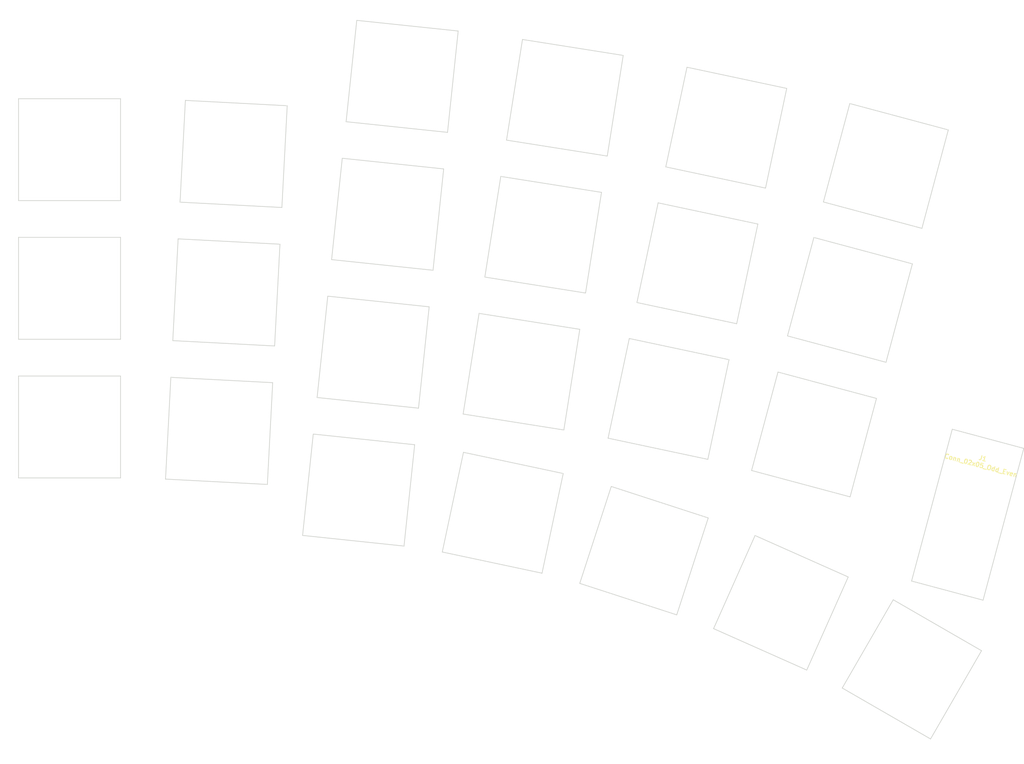
<source format=kicad_pcb>
(kicad_pcb (version 20171130) (host pcbnew 5.1.10)

  (general
    (thickness 1.6)
    (drawings 0)
    (tracks 0)
    (zones 0)
    (modules 24)
    (nets 1)
  )

  (page A4)
  (layers
    (0 F.Cu signal)
    (31 B.Cu signal)
    (32 B.Adhes user)
    (33 F.Adhes user)
    (34 B.Paste user)
    (35 F.Paste user)
    (36 B.SilkS user)
    (37 F.SilkS user)
    (38 B.Mask user)
    (39 F.Mask user)
    (40 Dwgs.User user hide)
    (41 Cmts.User user)
    (42 Eco1.User user)
    (43 Eco2.User user)
    (44 Edge.Cuts user)
    (45 Margin user)
    (46 B.CrtYd user)
    (47 F.CrtYd user)
    (48 B.Fab user)
    (49 F.Fab user)
  )

  (setup
    (last_trace_width 0.25)
    (trace_clearance 0.2)
    (zone_clearance 0.508)
    (zone_45_only no)
    (trace_min 0.2)
    (via_size 0.8)
    (via_drill 0.4)
    (via_min_size 0.4)
    (via_min_drill 0.3)
    (uvia_size 0.3)
    (uvia_drill 0.1)
    (uvias_allowed no)
    (uvia_min_size 0.2)
    (uvia_min_drill 0.1)
    (edge_width 0.05)
    (segment_width 0.2)
    (pcb_text_width 0.3)
    (pcb_text_size 1.5 1.5)
    (mod_edge_width 0.12)
    (mod_text_size 1 1)
    (mod_text_width 0.15)
    (pad_size 1.524 1.524)
    (pad_drill 0.762)
    (pad_to_mask_clearance 0)
    (aux_axis_origin 0 0)
    (visible_elements FFFFFF7F)
    (pcbplotparams
      (layerselection 0x01000_7ffffffe)
      (usegerberextensions false)
      (usegerberattributes true)
      (usegerberadvancedattributes true)
      (creategerberjobfile true)
      (excludeedgelayer true)
      (linewidth 0.100000)
      (plotframeref false)
      (viasonmask false)
      (mode 1)
      (useauxorigin false)
      (hpglpennumber 1)
      (hpglpenspeed 20)
      (hpglpendiameter 15.000000)
      (psnegative false)
      (psa4output false)
      (plotreference true)
      (plotvalue true)
      (plotinvisibletext false)
      (padsonsilk false)
      (subtractmaskfromsilk false)
      (outputformat 3)
      (mirror false)
      (drillshape 0)
      (scaleselection 1)
      (outputdirectory ""))
  )

  (net 0 "")

  (net_class Default "This is the default net class."
    (clearance 0.2)
    (trace_width 0.25)
    (via_dia 0.8)
    (via_drill 0.4)
    (uvia_dia 0.3)
    (uvia_drill 0.1)
  )

  (module rick-kicad-footprints:hole-switch (layer F.Cu) (tedit 5FB3AA25) (tstamp 60B8DE94)
    (at 125.1712 4.7244 330)
    (path /60BB6126)
    (fp_text reference switch23 (at 0 3.175 150) (layer F.SilkS) hide
      (effects (font (size 1.27 1.524) (thickness 0.2032)))
    )
    (fp_text value switch (at 0 5.08 150) (layer F.SilkS) hide
      (effects (font (size 1.27 1.524) (thickness 0.2032)))
    )
    (fp_line (start -7 7) (end -7 -7) (layer Edge.Cuts) (width 0.1))
    (fp_line (start 7 7) (end -7 7) (layer Edge.Cuts) (width 0.1))
    (fp_line (start 7 -7) (end 7 7) (layer Edge.Cuts) (width 0.1))
    (fp_line (start -7 -7) (end 7 -7) (layer Edge.Cuts) (width 0.1))
    (fp_line (start -9.5 9.5) (end -9.5 -9.5) (layer Dwgs.User) (width 0.1))
    (fp_line (start 9.5 9.5) (end -9.5 9.5) (layer Dwgs.User) (width 0.1))
    (fp_line (start 9.5 -9.5) (end 9.5 9.5) (layer Dwgs.User) (width 0.1))
    (fp_line (start -9.5 -9.5) (end 9.5 -9.5) (layer Dwgs.User) (width 0.1))
    (fp_text user 1.00u (at -5.715 8.255 150) (layer Dwgs.User)
      (effects (font (size 1.524 1.524) (thickness 0.3048)))
    )
  )

  (module rick-kicad-footprints:hole-switch (layer F.Cu) (tedit 5FB3AA25) (tstamp 60B8DE83)
    (at 107.188 -4.4196 336)
    (path /60BB60CB)
    (fp_text reference switch22 (at 0 3.175 156) (layer F.SilkS) hide
      (effects (font (size 1.27 1.524) (thickness 0.2032)))
    )
    (fp_text value switch (at 0 5.08 156) (layer F.SilkS) hide
      (effects (font (size 1.27 1.524) (thickness 0.2032)))
    )
    (fp_line (start -7 7) (end -7 -7) (layer Edge.Cuts) (width 0.1))
    (fp_line (start 7 7) (end -7 7) (layer Edge.Cuts) (width 0.1))
    (fp_line (start 7 -7) (end 7 7) (layer Edge.Cuts) (width 0.1))
    (fp_line (start -7 -7) (end 7 -7) (layer Edge.Cuts) (width 0.1))
    (fp_line (start -9.5 9.5) (end -9.5 -9.5) (layer Dwgs.User) (width 0.1))
    (fp_line (start 9.5 9.5) (end -9.5 9.5) (layer Dwgs.User) (width 0.1))
    (fp_line (start 9.5 -9.5) (end 9.5 9.5) (layer Dwgs.User) (width 0.1))
    (fp_line (start -9.5 -9.5) (end 9.5 -9.5) (layer Dwgs.User) (width 0.1))
    (fp_text user 1.00u (at -5.715 8.255 156) (layer Dwgs.User)
      (effects (font (size 1.524 1.524) (thickness 0.3048)))
    )
  )

  (module rick-kicad-footprints:hole-switch (layer F.Cu) (tedit 5FB3AA25) (tstamp 60B8DE72)
    (at 88.392 -11.5824 342)
    (path /60BA2950)
    (fp_text reference switch21 (at 0 3.175 162) (layer F.SilkS) hide
      (effects (font (size 1.27 1.524) (thickness 0.2032)))
    )
    (fp_text value switch (at 0 5.08 162) (layer F.SilkS) hide
      (effects (font (size 1.27 1.524) (thickness 0.2032)))
    )
    (fp_line (start -7 7) (end -7 -7) (layer Edge.Cuts) (width 0.1))
    (fp_line (start 7 7) (end -7 7) (layer Edge.Cuts) (width 0.1))
    (fp_line (start 7 -7) (end 7 7) (layer Edge.Cuts) (width 0.1))
    (fp_line (start -7 -7) (end 7 -7) (layer Edge.Cuts) (width 0.1))
    (fp_line (start -9.5 9.5) (end -9.5 -9.5) (layer Dwgs.User) (width 0.1))
    (fp_line (start 9.5 9.5) (end -9.5 9.5) (layer Dwgs.User) (width 0.1))
    (fp_line (start 9.5 -9.5) (end 9.5 9.5) (layer Dwgs.User) (width 0.1))
    (fp_line (start -9.5 -9.5) (end 9.5 -9.5) (layer Dwgs.User) (width 0.1))
    (fp_text user 1.00u (at -5.715 8.255 162) (layer Dwgs.User)
      (effects (font (size 1.524 1.524) (thickness 0.3048)))
    )
  )

  (module rick-kicad-footprints:hole-switch (layer F.Cu) (tedit 5FB3AA25) (tstamp 60B8DE61)
    (at 68.9991 -16.7894 348)
    (path /60BA28F5)
    (fp_text reference switch20 (at 0 3.175 168) (layer F.SilkS) hide
      (effects (font (size 1.27 1.524) (thickness 0.2032)))
    )
    (fp_text value switch (at 0 5.08 168) (layer F.SilkS) hide
      (effects (font (size 1.27 1.524) (thickness 0.2032)))
    )
    (fp_line (start -7 7) (end -7 -7) (layer Edge.Cuts) (width 0.1))
    (fp_line (start 7 7) (end -7 7) (layer Edge.Cuts) (width 0.1))
    (fp_line (start 7 -7) (end 7 7) (layer Edge.Cuts) (width 0.1))
    (fp_line (start -7 -7) (end 7 -7) (layer Edge.Cuts) (width 0.1))
    (fp_line (start -9.5 9.5) (end -9.5 -9.5) (layer Dwgs.User) (width 0.1))
    (fp_line (start 9.5 9.5) (end -9.5 9.5) (layer Dwgs.User) (width 0.1))
    (fp_line (start 9.5 -9.5) (end 9.5 9.5) (layer Dwgs.User) (width 0.1))
    (fp_line (start -9.5 -9.5) (end 9.5 -9.5) (layer Dwgs.User) (width 0.1))
    (fp_text user 1.00u (at -5.715 8.255 168) (layer Dwgs.User)
      (effects (font (size 1.524 1.524) (thickness 0.3048)))
    )
  )

  (module rick-kicad-footprints:hole-switch (layer F.Cu) (tedit 5FB3AA25) (tstamp 60B8DE50)
    (at 49.213615 -19.907187 354)
    (path /60B99E6F)
    (fp_text reference switch19 (at 0 3.175 174) (layer F.SilkS) hide
      (effects (font (size 1.27 1.524) (thickness 0.2032)))
    )
    (fp_text value switch (at 0 5.08 174) (layer F.SilkS) hide
      (effects (font (size 1.27 1.524) (thickness 0.2032)))
    )
    (fp_line (start -7 7) (end -7 -7) (layer Edge.Cuts) (width 0.1))
    (fp_line (start 7 7) (end -7 7) (layer Edge.Cuts) (width 0.1))
    (fp_line (start 7 -7) (end 7 7) (layer Edge.Cuts) (width 0.1))
    (fp_line (start -7 -7) (end 7 -7) (layer Edge.Cuts) (width 0.1))
    (fp_line (start -9.5 9.5) (end -9.5 -9.5) (layer Dwgs.User) (width 0.1))
    (fp_line (start 9.5 9.5) (end -9.5 9.5) (layer Dwgs.User) (width 0.1))
    (fp_line (start 9.5 -9.5) (end 9.5 9.5) (layer Dwgs.User) (width 0.1))
    (fp_line (start -9.5 -9.5) (end 9.5 -9.5) (layer Dwgs.User) (width 0.1))
    (fp_text user 1.00u (at -5.715 8.255 174) (layer Dwgs.User)
      (effects (font (size 1.524 1.524) (thickness 0.3048)))
    )
  )

  (module rick-kicad-footprints:hole-switch (layer F.Cu) (tedit 5FB3AA25) (tstamp 60B8DE3F)
    (at 111.736175 -27.5463 345)
    (path /60BB6110)
    (fp_text reference switch18 (at 0 3.175 165) (layer F.SilkS) hide
      (effects (font (size 1.27 1.524) (thickness 0.2032)))
    )
    (fp_text value switch (at 0 5.08 165) (layer F.SilkS) hide
      (effects (font (size 1.27 1.524) (thickness 0.2032)))
    )
    (fp_line (start -7 7) (end -7 -7) (layer Edge.Cuts) (width 0.1))
    (fp_line (start 7 7) (end -7 7) (layer Edge.Cuts) (width 0.1))
    (fp_line (start 7 -7) (end 7 7) (layer Edge.Cuts) (width 0.1))
    (fp_line (start -7 -7) (end 7 -7) (layer Edge.Cuts) (width 0.1))
    (fp_line (start -9.5 9.5) (end -9.5 -9.5) (layer Dwgs.User) (width 0.1))
    (fp_line (start 9.5 9.5) (end -9.5 9.5) (layer Dwgs.User) (width 0.1))
    (fp_line (start 9.5 -9.5) (end 9.5 9.5) (layer Dwgs.User) (width 0.1))
    (fp_line (start -9.5 -9.5) (end 9.5 -9.5) (layer Dwgs.User) (width 0.1))
    (fp_text user 1.00u (at -5.715 8.255 165) (layer Dwgs.User)
      (effects (font (size 1.524 1.524) (thickness 0.3048)))
    )
  )

  (module rick-kicad-footprints:hole-switch (layer F.Cu) (tedit 5FB3AA25) (tstamp 60B8DE2E)
    (at 91.764197 -32.428865 348)
    (path /60BB60B5)
    (fp_text reference switch17 (at 0 3.175 168) (layer F.SilkS) hide
      (effects (font (size 1.27 1.524) (thickness 0.2032)))
    )
    (fp_text value switch (at 0 5.08 168) (layer F.SilkS) hide
      (effects (font (size 1.27 1.524) (thickness 0.2032)))
    )
    (fp_line (start -7 7) (end -7 -7) (layer Edge.Cuts) (width 0.1))
    (fp_line (start 7 7) (end -7 7) (layer Edge.Cuts) (width 0.1))
    (fp_line (start 7 -7) (end 7 7) (layer Edge.Cuts) (width 0.1))
    (fp_line (start -7 -7) (end 7 -7) (layer Edge.Cuts) (width 0.1))
    (fp_line (start -9.5 9.5) (end -9.5 -9.5) (layer Dwgs.User) (width 0.1))
    (fp_line (start 9.5 9.5) (end -9.5 9.5) (layer Dwgs.User) (width 0.1))
    (fp_line (start 9.5 -9.5) (end 9.5 9.5) (layer Dwgs.User) (width 0.1))
    (fp_line (start -9.5 -9.5) (end 9.5 -9.5) (layer Dwgs.User) (width 0.1))
    (fp_text user 1.00u (at -5.715 8.255 168) (layer Dwgs.User)
      (effects (font (size 1.524 1.524) (thickness 0.3048)))
    )
  )

  (module rick-kicad-footprints:hole-switch (layer F.Cu) (tedit 5FB3AA25) (tstamp 60B8DE1D)
    (at 71.568648 -36.171889 351)
    (path /60BA293A)
    (fp_text reference switch16 (at 0 3.175 171) (layer F.SilkS) hide
      (effects (font (size 1.27 1.524) (thickness 0.2032)))
    )
    (fp_text value switch (at 0 5.08 171) (layer F.SilkS) hide
      (effects (font (size 1.27 1.524) (thickness 0.2032)))
    )
    (fp_line (start -7 7) (end -7 -7) (layer Edge.Cuts) (width 0.1))
    (fp_line (start 7 7) (end -7 7) (layer Edge.Cuts) (width 0.1))
    (fp_line (start 7 -7) (end 7 7) (layer Edge.Cuts) (width 0.1))
    (fp_line (start -7 -7) (end 7 -7) (layer Edge.Cuts) (width 0.1))
    (fp_line (start -9.5 9.5) (end -9.5 -9.5) (layer Dwgs.User) (width 0.1))
    (fp_line (start 9.5 9.5) (end -9.5 9.5) (layer Dwgs.User) (width 0.1))
    (fp_line (start 9.5 -9.5) (end 9.5 9.5) (layer Dwgs.User) (width 0.1))
    (fp_line (start -9.5 -9.5) (end 9.5 -9.5) (layer Dwgs.User) (width 0.1))
    (fp_text user 1.00u (at -5.715 8.255 171) (layer Dwgs.User)
      (effects (font (size 1.524 1.524) (thickness 0.3048)))
    )
  )

  (module rick-kicad-footprints:hole-switch (layer F.Cu) (tedit 5FB3AA25) (tstamp 60B8DE0C)
    (at 51.204882 -38.85283 354)
    (path /60BA28DF)
    (fp_text reference switch15 (at 0 3.175 174) (layer F.SilkS) hide
      (effects (font (size 1.27 1.524) (thickness 0.2032)))
    )
    (fp_text value switch (at 0 5.08 174) (layer F.SilkS) hide
      (effects (font (size 1.27 1.524) (thickness 0.2032)))
    )
    (fp_line (start -7 7) (end -7 -7) (layer Edge.Cuts) (width 0.1))
    (fp_line (start 7 7) (end -7 7) (layer Edge.Cuts) (width 0.1))
    (fp_line (start 7 -7) (end 7 7) (layer Edge.Cuts) (width 0.1))
    (fp_line (start -7 -7) (end 7 -7) (layer Edge.Cuts) (width 0.1))
    (fp_line (start -9.5 9.5) (end -9.5 -9.5) (layer Dwgs.User) (width 0.1))
    (fp_line (start 9.5 9.5) (end -9.5 9.5) (layer Dwgs.User) (width 0.1))
    (fp_line (start 9.5 -9.5) (end 9.5 9.5) (layer Dwgs.User) (width 0.1))
    (fp_line (start -9.5 -9.5) (end 9.5 -9.5) (layer Dwgs.User) (width 0.1))
    (fp_text user 1.00u (at -5.715 8.255 174) (layer Dwgs.User)
      (effects (font (size 1.524 1.524) (thickness 0.3048)))
    )
  )

  (module rick-kicad-footprints:hole-switch (layer F.Cu) (tedit 5FB3AA25) (tstamp 60B8DDFB)
    (at 30.057446 -28.037339 357)
    (path /60B99E59)
    (fp_text reference switch14 (at 0 3.175 177) (layer F.SilkS) hide
      (effects (font (size 1.27 1.524) (thickness 0.2032)))
    )
    (fp_text value switch (at 0 5.08 177) (layer F.SilkS) hide
      (effects (font (size 1.27 1.524) (thickness 0.2032)))
    )
    (fp_line (start -7 7) (end -7 -7) (layer Edge.Cuts) (width 0.1))
    (fp_line (start 7 7) (end -7 7) (layer Edge.Cuts) (width 0.1))
    (fp_line (start 7 -7) (end 7 7) (layer Edge.Cuts) (width 0.1))
    (fp_line (start -7 -7) (end 7 -7) (layer Edge.Cuts) (width 0.1))
    (fp_line (start -9.5 9.5) (end -9.5 -9.5) (layer Dwgs.User) (width 0.1))
    (fp_line (start 9.5 9.5) (end -9.5 9.5) (layer Dwgs.User) (width 0.1))
    (fp_line (start 9.5 -9.5) (end 9.5 9.5) (layer Dwgs.User) (width 0.1))
    (fp_line (start -9.5 -9.5) (end 9.5 -9.5) (layer Dwgs.User) (width 0.1))
    (fp_text user 1.00u (at -5.715 8.255 177) (layer Dwgs.User)
      (effects (font (size 1.524 1.524) (thickness 0.3048)))
    )
  )

  (module rick-kicad-footprints:hole-switch (layer F.Cu) (tedit 5FB3AA25) (tstamp 60B8DDEA)
    (at 9.525 -28.575)
    (path /60B8F9ED)
    (fp_text reference switch13 (at 0 3.175) (layer F.SilkS) hide
      (effects (font (size 1.27 1.524) (thickness 0.2032)))
    )
    (fp_text value switch (at 0 5.08) (layer F.SilkS) hide
      (effects (font (size 1.27 1.524) (thickness 0.2032)))
    )
    (fp_line (start -7 7) (end -7 -7) (layer Edge.Cuts) (width 0.1))
    (fp_line (start 7 7) (end -7 7) (layer Edge.Cuts) (width 0.1))
    (fp_line (start 7 -7) (end 7 7) (layer Edge.Cuts) (width 0.1))
    (fp_line (start -7 -7) (end 7 -7) (layer Edge.Cuts) (width 0.1))
    (fp_line (start -9.5 9.5) (end -9.5 -9.5) (layer Dwgs.User) (width 0.1))
    (fp_line (start 9.5 9.5) (end -9.5 9.5) (layer Dwgs.User) (width 0.1))
    (fp_line (start 9.5 -9.5) (end 9.5 9.5) (layer Dwgs.User) (width 0.1))
    (fp_line (start -9.5 -9.5) (end 9.5 -9.5) (layer Dwgs.User) (width 0.1))
    (fp_text user 1.00u (at -5.715 8.255) (layer Dwgs.User)
      (effects (font (size 1.524 1.524) (thickness 0.3048)))
    )
  )

  (module rick-kicad-footprints:hole-switch (layer F.Cu) (tedit 5FB3AA25) (tstamp 60B8DDD9)
    (at 116.666678 -46.034904 345)
    (path /60BB60F9)
    (fp_text reference switch12 (at 0 3.175 165) (layer F.SilkS) hide
      (effects (font (size 1.27 1.524) (thickness 0.2032)))
    )
    (fp_text value switch (at 0 5.08 165) (layer F.SilkS) hide
      (effects (font (size 1.27 1.524) (thickness 0.2032)))
    )
    (fp_line (start -7 7) (end -7 -7) (layer Edge.Cuts) (width 0.1))
    (fp_line (start 7 7) (end -7 7) (layer Edge.Cuts) (width 0.1))
    (fp_line (start 7 -7) (end 7 7) (layer Edge.Cuts) (width 0.1))
    (fp_line (start -7 -7) (end 7 -7) (layer Edge.Cuts) (width 0.1))
    (fp_line (start -9.5 9.5) (end -9.5 -9.5) (layer Dwgs.User) (width 0.1))
    (fp_line (start 9.5 9.5) (end -9.5 9.5) (layer Dwgs.User) (width 0.1))
    (fp_line (start 9.5 -9.5) (end 9.5 9.5) (layer Dwgs.User) (width 0.1))
    (fp_line (start -9.5 -9.5) (end 9.5 -9.5) (layer Dwgs.User) (width 0.1))
    (fp_text user 1.00u (at -5.715 8.255 165) (layer Dwgs.User)
      (effects (font (size 1.524 1.524) (thickness 0.3048)))
    )
  )

  (module rick-kicad-footprints:hole-switch (layer F.Cu) (tedit 5FB3AA25) (tstamp 60B8DDC8)
    (at 95.724915 -51.062577 348)
    (path /60BB609E)
    (fp_text reference switch11 (at 0 3.175 168) (layer F.SilkS) hide
      (effects (font (size 1.27 1.524) (thickness 0.2032)))
    )
    (fp_text value switch (at 0 5.08 168) (layer F.SilkS) hide
      (effects (font (size 1.27 1.524) (thickness 0.2032)))
    )
    (fp_line (start -7 7) (end -7 -7) (layer Edge.Cuts) (width 0.1))
    (fp_line (start 7 7) (end -7 7) (layer Edge.Cuts) (width 0.1))
    (fp_line (start 7 -7) (end 7 7) (layer Edge.Cuts) (width 0.1))
    (fp_line (start -7 -7) (end 7 -7) (layer Edge.Cuts) (width 0.1))
    (fp_line (start -9.5 9.5) (end -9.5 -9.5) (layer Dwgs.User) (width 0.1))
    (fp_line (start 9.5 9.5) (end -9.5 9.5) (layer Dwgs.User) (width 0.1))
    (fp_line (start 9.5 -9.5) (end 9.5 9.5) (layer Dwgs.User) (width 0.1))
    (fp_line (start -9.5 -9.5) (end 9.5 -9.5) (layer Dwgs.User) (width 0.1))
    (fp_text user 1.00u (at -5.715 8.255 168) (layer Dwgs.User)
      (effects (font (size 1.524 1.524) (thickness 0.3048)))
    )
  )

  (module rick-kicad-footprints:hole-switch (layer F.Cu) (tedit 5FB3AA25) (tstamp 60B8DDB7)
    (at 74.548724 -54.987351 351)
    (path /60BA2923)
    (fp_text reference switch10 (at 0 3.175 171) (layer F.SilkS) hide
      (effects (font (size 1.27 1.524) (thickness 0.2032)))
    )
    (fp_text value switch (at 0 5.08 171) (layer F.SilkS) hide
      (effects (font (size 1.27 1.524) (thickness 0.2032)))
    )
    (fp_line (start -7 7) (end -7 -7) (layer Edge.Cuts) (width 0.1))
    (fp_line (start 7 7) (end -7 7) (layer Edge.Cuts) (width 0.1))
    (fp_line (start 7 -7) (end 7 7) (layer Edge.Cuts) (width 0.1))
    (fp_line (start -7 -7) (end 7 -7) (layer Edge.Cuts) (width 0.1))
    (fp_line (start -9.5 9.5) (end -9.5 -9.5) (layer Dwgs.User) (width 0.1))
    (fp_line (start 9.5 9.5) (end -9.5 9.5) (layer Dwgs.User) (width 0.1))
    (fp_line (start 9.5 -9.5) (end 9.5 9.5) (layer Dwgs.User) (width 0.1))
    (fp_line (start -9.5 -9.5) (end 9.5 -9.5) (layer Dwgs.User) (width 0.1))
    (fp_text user 1.00u (at -5.715 8.255 171) (layer Dwgs.User)
      (effects (font (size 1.524 1.524) (thickness 0.3048)))
    )
  )

  (module rick-kicad-footprints:hole-switch (layer F.Cu) (tedit 5FB3AA25) (tstamp 60B97B1D)
    (at 53.196149 -57.798472 354)
    (path /60BA28C8)
    (fp_text reference switch9 (at 0 3.175 174) (layer F.SilkS) hide
      (effects (font (size 1.27 1.524) (thickness 0.2032)))
    )
    (fp_text value switch (at 0 5.08 174) (layer F.SilkS) hide
      (effects (font (size 1.27 1.524) (thickness 0.2032)))
    )
    (fp_line (start -7 7) (end -7 -7) (layer Edge.Cuts) (width 0.1))
    (fp_line (start 7 7) (end -7 7) (layer Edge.Cuts) (width 0.1))
    (fp_line (start 7 -7) (end 7 7) (layer Edge.Cuts) (width 0.1))
    (fp_line (start -7 -7) (end 7 -7) (layer Edge.Cuts) (width 0.1))
    (fp_line (start -9.5 9.5) (end -9.5 -9.5) (layer Dwgs.User) (width 0.1))
    (fp_line (start 9.5 9.5) (end -9.5 9.5) (layer Dwgs.User) (width 0.1))
    (fp_line (start 9.5 -9.5) (end 9.5 9.5) (layer Dwgs.User) (width 0.1))
    (fp_line (start -9.5 -9.5) (end 9.5 -9.5) (layer Dwgs.User) (width 0.1))
    (fp_text user 1.00u (at -5.715 8.255 174) (layer Dwgs.User)
      (effects (font (size 1.524 1.524) (thickness 0.3048)))
    )
  )

  (module rick-kicad-footprints:hole-switch (layer F.Cu) (tedit 5FB3AA25) (tstamp 60B8DD95)
    (at 31.054446 -47.061232 357)
    (path /60B99E42)
    (fp_text reference switch8 (at 0 3.175 177) (layer F.SilkS) hide
      (effects (font (size 1.27 1.524) (thickness 0.2032)))
    )
    (fp_text value switch (at 0 5.08 177) (layer F.SilkS) hide
      (effects (font (size 1.27 1.524) (thickness 0.2032)))
    )
    (fp_line (start -7 7) (end -7 -7) (layer Edge.Cuts) (width 0.1))
    (fp_line (start 7 7) (end -7 7) (layer Edge.Cuts) (width 0.1))
    (fp_line (start 7 -7) (end 7 7) (layer Edge.Cuts) (width 0.1))
    (fp_line (start -7 -7) (end 7 -7) (layer Edge.Cuts) (width 0.1))
    (fp_line (start -9.5 9.5) (end -9.5 -9.5) (layer Dwgs.User) (width 0.1))
    (fp_line (start 9.5 9.5) (end -9.5 9.5) (layer Dwgs.User) (width 0.1))
    (fp_line (start 9.5 -9.5) (end 9.5 9.5) (layer Dwgs.User) (width 0.1))
    (fp_line (start -9.5 -9.5) (end 9.5 -9.5) (layer Dwgs.User) (width 0.1))
    (fp_text user 1.00u (at -5.715 8.255 177) (layer Dwgs.User)
      (effects (font (size 1.524 1.524) (thickness 0.3048)))
    )
  )

  (module rick-kicad-footprints:hole-switch (layer F.Cu) (tedit 5FB3AA25) (tstamp 60B8DD84)
    (at 9.525 -47.625)
    (path /60B8E3BE)
    (fp_text reference switch7 (at 0 3.175) (layer F.SilkS) hide
      (effects (font (size 1.27 1.524) (thickness 0.2032)))
    )
    (fp_text value switch (at 0 5.08) (layer F.SilkS) hide
      (effects (font (size 1.27 1.524) (thickness 0.2032)))
    )
    (fp_line (start -7 7) (end -7 -7) (layer Edge.Cuts) (width 0.1))
    (fp_line (start 7 7) (end -7 7) (layer Edge.Cuts) (width 0.1))
    (fp_line (start 7 -7) (end 7 7) (layer Edge.Cuts) (width 0.1))
    (fp_line (start -7 -7) (end 7 -7) (layer Edge.Cuts) (width 0.1))
    (fp_line (start -9.5 9.5) (end -9.5 -9.5) (layer Dwgs.User) (width 0.1))
    (fp_line (start 9.5 9.5) (end -9.5 9.5) (layer Dwgs.User) (width 0.1))
    (fp_line (start 9.5 -9.5) (end 9.5 9.5) (layer Dwgs.User) (width 0.1))
    (fp_line (start -9.5 -9.5) (end 9.5 -9.5) (layer Dwgs.User) (width 0.1))
    (fp_text user 1.00u (at -5.715 8.255) (layer Dwgs.User)
      (effects (font (size 1.524 1.524) (thickness 0.3048)))
    )
  )

  (module rick-kicad-footprints:hole-switch (layer F.Cu) (tedit 5FB3AA25) (tstamp 60B8DD73)
    (at 121.59718 -64.435791 345)
    (path /60BB60E3)
    (fp_text reference switch6 (at 0 3.175 165) (layer F.SilkS) hide
      (effects (font (size 1.27 1.524) (thickness 0.2032)))
    )
    (fp_text value switch (at 0 5.08 165) (layer F.SilkS) hide
      (effects (font (size 1.27 1.524) (thickness 0.2032)))
    )
    (fp_line (start -7 7) (end -7 -7) (layer Edge.Cuts) (width 0.1))
    (fp_line (start 7 7) (end -7 7) (layer Edge.Cuts) (width 0.1))
    (fp_line (start 7 -7) (end 7 7) (layer Edge.Cuts) (width 0.1))
    (fp_line (start -7 -7) (end 7 -7) (layer Edge.Cuts) (width 0.1))
    (fp_line (start -9.5 9.5) (end -9.5 -9.5) (layer Dwgs.User) (width 0.1))
    (fp_line (start 9.5 9.5) (end -9.5 9.5) (layer Dwgs.User) (width 0.1))
    (fp_line (start 9.5 -9.5) (end 9.5 9.5) (layer Dwgs.User) (width 0.1))
    (fp_line (start -9.5 -9.5) (end 9.5 -9.5) (layer Dwgs.User) (width 0.1))
    (fp_text user 1.00u (at -5.715 8.255 165) (layer Dwgs.User)
      (effects (font (size 1.524 1.524) (thickness 0.3048)))
    )
  )

  (module rick-kicad-footprints:hole-switch (layer F.Cu) (tedit 5FB3AA25) (tstamp 60B8DD62)
    (at 99.685633 -69.696288 348)
    (path /60BB5E3A)
    (fp_text reference switch5 (at 0 3.175 168) (layer F.SilkS) hide
      (effects (font (size 1.27 1.524) (thickness 0.2032)))
    )
    (fp_text value switch (at 0 5.08 168) (layer F.SilkS) hide
      (effects (font (size 1.27 1.524) (thickness 0.2032)))
    )
    (fp_line (start -7 7) (end -7 -7) (layer Edge.Cuts) (width 0.1))
    (fp_line (start 7 7) (end -7 7) (layer Edge.Cuts) (width 0.1))
    (fp_line (start 7 -7) (end 7 7) (layer Edge.Cuts) (width 0.1))
    (fp_line (start -7 -7) (end 7 -7) (layer Edge.Cuts) (width 0.1))
    (fp_line (start -9.5 9.5) (end -9.5 -9.5) (layer Dwgs.User) (width 0.1))
    (fp_line (start 9.5 9.5) (end -9.5 9.5) (layer Dwgs.User) (width 0.1))
    (fp_line (start 9.5 -9.5) (end 9.5 9.5) (layer Dwgs.User) (width 0.1))
    (fp_line (start -9.5 -9.5) (end 9.5 -9.5) (layer Dwgs.User) (width 0.1))
    (fp_text user 1.00u (at -5.715 8.255 168) (layer Dwgs.User)
      (effects (font (size 1.524 1.524) (thickness 0.3048)))
    )
  )

  (module rick-kicad-footprints:hole-switch (layer F.Cu) (tedit 5FB3AA25) (tstamp 60B8DD51)
    (at 77.528801 -73.802815 351)
    (path /60BA290D)
    (fp_text reference switch4 (at 0 3.175 171) (layer F.SilkS) hide
      (effects (font (size 1.27 1.524) (thickness 0.2032)))
    )
    (fp_text value switch (at 0 5.08 171) (layer F.SilkS) hide
      (effects (font (size 1.27 1.524) (thickness 0.2032)))
    )
    (fp_line (start -7 7) (end -7 -7) (layer Edge.Cuts) (width 0.1))
    (fp_line (start 7 7) (end -7 7) (layer Edge.Cuts) (width 0.1))
    (fp_line (start 7 -7) (end 7 7) (layer Edge.Cuts) (width 0.1))
    (fp_line (start -7 -7) (end 7 -7) (layer Edge.Cuts) (width 0.1))
    (fp_line (start -9.5 9.5) (end -9.5 -9.5) (layer Dwgs.User) (width 0.1))
    (fp_line (start 9.5 9.5) (end -9.5 9.5) (layer Dwgs.User) (width 0.1))
    (fp_line (start 9.5 -9.5) (end 9.5 9.5) (layer Dwgs.User) (width 0.1))
    (fp_line (start -9.5 -9.5) (end 9.5 -9.5) (layer Dwgs.User) (width 0.1))
    (fp_text user 1.00u (at -5.715 8.255 171) (layer Dwgs.User)
      (effects (font (size 1.524 1.524) (thickness 0.3048)))
    )
  )

  (module rick-kicad-footprints:hole-switch (layer F.Cu) (tedit 5FB3AA25) (tstamp 60B8DD40)
    (at 55.187416 -76.744114 354)
    (path /60BA2784)
    (fp_text reference switch3 (at 0 3.175 174) (layer F.SilkS) hide
      (effects (font (size 1.27 1.524) (thickness 0.2032)))
    )
    (fp_text value switch (at 0 5.08 174) (layer F.SilkS) hide
      (effects (font (size 1.27 1.524) (thickness 0.2032)))
    )
    (fp_line (start -7 7) (end -7 -7) (layer Edge.Cuts) (width 0.1))
    (fp_line (start 7 7) (end -7 7) (layer Edge.Cuts) (width 0.1))
    (fp_line (start 7 -7) (end 7 7) (layer Edge.Cuts) (width 0.1))
    (fp_line (start -7 -7) (end 7 -7) (layer Edge.Cuts) (width 0.1))
    (fp_line (start -9.5 9.5) (end -9.5 -9.5) (layer Dwgs.User) (width 0.1))
    (fp_line (start 9.5 9.5) (end -9.5 9.5) (layer Dwgs.User) (width 0.1))
    (fp_line (start 9.5 -9.5) (end 9.5 9.5) (layer Dwgs.User) (width 0.1))
    (fp_line (start -9.5 -9.5) (end 9.5 -9.5) (layer Dwgs.User) (width 0.1))
    (fp_text user 1.00u (at -5.715 8.255 174) (layer Dwgs.User)
      (effects (font (size 1.524 1.524) (thickness 0.3048)))
    )
  )

  (module rick-kicad-footprints:hole-switch (layer F.Cu) (tedit 5FB3AA25) (tstamp 60B8DD2F)
    (at 32.051446 -66.085124 357)
    (path /60B99DAE)
    (fp_text reference switch2 (at 0 3.175 177) (layer F.SilkS) hide
      (effects (font (size 1.27 1.524) (thickness 0.2032)))
    )
    (fp_text value switch (at 0 5.08 177) (layer F.SilkS) hide
      (effects (font (size 1.27 1.524) (thickness 0.2032)))
    )
    (fp_line (start -7 7) (end -7 -7) (layer Edge.Cuts) (width 0.1))
    (fp_line (start 7 7) (end -7 7) (layer Edge.Cuts) (width 0.1))
    (fp_line (start 7 -7) (end 7 7) (layer Edge.Cuts) (width 0.1))
    (fp_line (start -7 -7) (end 7 -7) (layer Edge.Cuts) (width 0.1))
    (fp_line (start -9.5 9.5) (end -9.5 -9.5) (layer Dwgs.User) (width 0.1))
    (fp_line (start 9.5 9.5) (end -9.5 9.5) (layer Dwgs.User) (width 0.1))
    (fp_line (start 9.5 -9.5) (end 9.5 9.5) (layer Dwgs.User) (width 0.1))
    (fp_line (start -9.5 -9.5) (end 9.5 -9.5) (layer Dwgs.User) (width 0.1))
    (fp_text user 1.00u (at -5.715 8.255 177) (layer Dwgs.User)
      (effects (font (size 1.524 1.524) (thickness 0.3048)))
    )
  )

  (module rick-kicad-footprints:hole-switch (layer F.Cu) (tedit 5FB3AA25) (tstamp 60B943D4)
    (at 9.525 -66.675)
    (path /60B8BDD8)
    (fp_text reference switch1 (at 0 3.175) (layer F.SilkS) hide
      (effects (font (size 1.27 1.524) (thickness 0.2032)))
    )
    (fp_text value switch (at 0 5.08) (layer F.SilkS) hide
      (effects (font (size 1.27 1.524) (thickness 0.2032)))
    )
    (fp_line (start -7 7) (end -7 -7) (layer Edge.Cuts) (width 0.1))
    (fp_line (start 7 7) (end -7 7) (layer Edge.Cuts) (width 0.1))
    (fp_line (start 7 -7) (end 7 7) (layer Edge.Cuts) (width 0.1))
    (fp_line (start -7 -7) (end 7 -7) (layer Edge.Cuts) (width 0.1))
    (fp_line (start -9.5 9.5) (end -9.5 -9.5) (layer Dwgs.User) (width 0.1))
    (fp_line (start 9.5 9.5) (end -9.5 9.5) (layer Dwgs.User) (width 0.1))
    (fp_line (start 9.5 -9.5) (end 9.5 9.5) (layer Dwgs.User) (width 0.1))
    (fp_line (start -9.5 -9.5) (end 9.5 -9.5) (layer Dwgs.User) (width 0.1))
    (fp_text user 1.00u (at -5.715 8.255) (layer Dwgs.User)
      (effects (font (size 1.524 1.524) (thickness 0.3048)))
    )
  )

  (module footprints:hole-connector-shrouded (layer F.Cu) (tedit 60C76010) (tstamp 60BB341B)
    (at 132.8293 -16.5227 345)
    (path /60D54027)
    (fp_text reference J1 (at 0 -8 165) (layer F.SilkS)
      (effects (font (size 0.6096 0.6096) (thickness 0.127)))
    )
    (fp_text value Conn_02x05_Odd_Even (at 0 -7 165) (layer F.SilkS)
      (effects (font (size 0.6096 0.6096) (thickness 0.127)))
    )
    (fp_line (start -5.08 -10.795) (end 5.08 -10.795) (layer Edge.Cuts) (width 0.1))
    (fp_line (start 5.08 -10.795) (end 5.08 10.795) (layer Edge.Cuts) (width 0.1))
    (fp_line (start 5.08 10.795) (end -5.08 10.795) (layer Edge.Cuts) (width 0.1))
    (fp_line (start -5.08 10.795) (end -5.08 -10.795) (layer Edge.Cuts) (width 0.1))
  )

)

</source>
